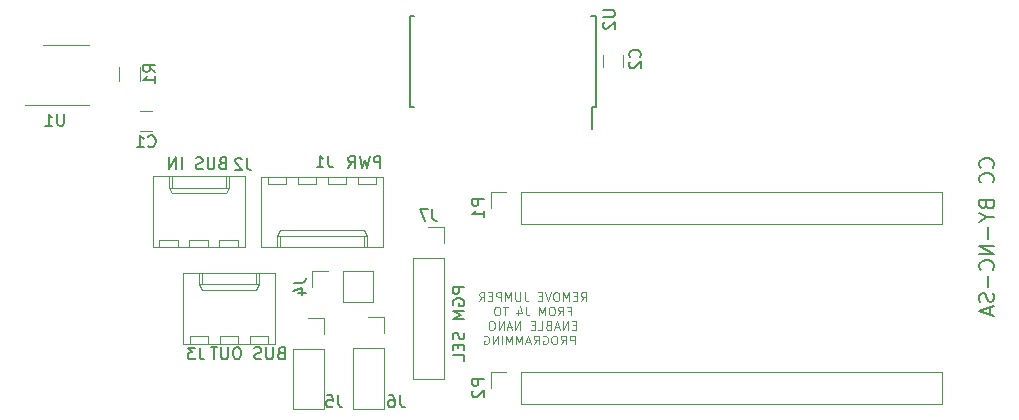
<source format=gbr>
G04 #@! TF.GenerationSoftware,KiCad,Pcbnew,(5.1.4-0-10_14)*
G04 #@! TF.CreationDate,2019-11-16T12:28:40+01:00*
G04 #@! TF.ProjectId,RWR Control Panel,52575220-436f-46e7-9472-6f6c2050616e,-*
G04 #@! TF.SameCoordinates,Original*
G04 #@! TF.FileFunction,Legend,Bot*
G04 #@! TF.FilePolarity,Positive*
%FSLAX46Y46*%
G04 Gerber Fmt 4.6, Leading zero omitted, Abs format (unit mm)*
G04 Created by KiCad (PCBNEW (5.1.4-0-10_14)) date 2019-11-16 12:28:40*
%MOMM*%
%LPD*%
G04 APERTURE LIST*
%ADD10C,0.200000*%
%ADD11C,0.100000*%
%ADD12C,0.120000*%
%ADD13C,0.150000*%
G04 APERTURE END LIST*
D10*
X188920778Y-100827616D02*
X188980302Y-100768092D01*
X189039826Y-100589521D01*
X189039826Y-100470473D01*
X188980302Y-100291902D01*
X188861254Y-100172854D01*
X188742207Y-100113330D01*
X188504111Y-100053807D01*
X188325540Y-100053807D01*
X188087445Y-100113330D01*
X187968397Y-100172854D01*
X187849350Y-100291902D01*
X187789826Y-100470473D01*
X187789826Y-100589521D01*
X187849350Y-100768092D01*
X187908873Y-100827616D01*
X188920778Y-102077616D02*
X188980302Y-102018092D01*
X189039826Y-101839521D01*
X189039826Y-101720473D01*
X188980302Y-101541902D01*
X188861254Y-101422854D01*
X188742207Y-101363330D01*
X188504111Y-101303807D01*
X188325540Y-101303807D01*
X188087445Y-101363330D01*
X187968397Y-101422854D01*
X187849350Y-101541902D01*
X187789826Y-101720473D01*
X187789826Y-101839521D01*
X187849350Y-102018092D01*
X187908873Y-102077616D01*
X188385064Y-103982378D02*
X188444588Y-104160950D01*
X188504111Y-104220473D01*
X188623159Y-104279997D01*
X188801730Y-104279997D01*
X188920778Y-104220473D01*
X188980302Y-104160950D01*
X189039826Y-104041902D01*
X189039826Y-103565711D01*
X187789826Y-103565711D01*
X187789826Y-103982378D01*
X187849350Y-104101426D01*
X187908873Y-104160950D01*
X188027921Y-104220473D01*
X188146969Y-104220473D01*
X188266016Y-104160950D01*
X188325540Y-104101426D01*
X188385064Y-103982378D01*
X188385064Y-103565711D01*
X188444588Y-105053807D02*
X189039826Y-105053807D01*
X187789826Y-104637140D02*
X188444588Y-105053807D01*
X187789826Y-105470473D01*
X188563635Y-105887140D02*
X188563635Y-106839521D01*
X189039826Y-107434759D02*
X187789826Y-107434759D01*
X189039826Y-108149045D01*
X187789826Y-108149045D01*
X188920778Y-109458569D02*
X188980302Y-109399045D01*
X189039826Y-109220473D01*
X189039826Y-109101426D01*
X188980302Y-108922854D01*
X188861254Y-108803807D01*
X188742207Y-108744283D01*
X188504111Y-108684759D01*
X188325540Y-108684759D01*
X188087445Y-108744283D01*
X187968397Y-108803807D01*
X187849350Y-108922854D01*
X187789826Y-109101426D01*
X187789826Y-109220473D01*
X187849350Y-109399045D01*
X187908873Y-109458569D01*
X188563635Y-109994283D02*
X188563635Y-110946664D01*
X188980302Y-111482378D02*
X189039826Y-111660950D01*
X189039826Y-111958569D01*
X188980302Y-112077616D01*
X188920778Y-112137140D01*
X188801730Y-112196664D01*
X188682683Y-112196664D01*
X188563635Y-112137140D01*
X188504111Y-112077616D01*
X188444588Y-111958569D01*
X188385064Y-111720473D01*
X188325540Y-111601426D01*
X188266016Y-111541902D01*
X188146969Y-111482378D01*
X188027921Y-111482378D01*
X187908873Y-111541902D01*
X187849350Y-111601426D01*
X187789826Y-111720473D01*
X187789826Y-112018092D01*
X187849350Y-112196664D01*
X188682683Y-112672854D02*
X188682683Y-113268092D01*
X189039826Y-112553807D02*
X187789826Y-112970473D01*
X189039826Y-113387140D01*
D11*
X154045692Y-112122335D02*
X154295692Y-111765192D01*
X154474264Y-112122335D02*
X154474264Y-111372335D01*
X154188550Y-111372335D01*
X154117121Y-111408050D01*
X154081407Y-111443764D01*
X154045692Y-111515192D01*
X154045692Y-111622335D01*
X154081407Y-111693764D01*
X154117121Y-111729478D01*
X154188550Y-111765192D01*
X154474264Y-111765192D01*
X153724264Y-111729478D02*
X153474264Y-111729478D01*
X153367121Y-112122335D02*
X153724264Y-112122335D01*
X153724264Y-111372335D01*
X153367121Y-111372335D01*
X153045692Y-112122335D02*
X153045692Y-111372335D01*
X152795692Y-111908050D01*
X152545692Y-111372335D01*
X152545692Y-112122335D01*
X152045692Y-111372335D02*
X151902835Y-111372335D01*
X151831407Y-111408050D01*
X151759978Y-111479478D01*
X151724264Y-111622335D01*
X151724264Y-111872335D01*
X151759978Y-112015192D01*
X151831407Y-112086621D01*
X151902835Y-112122335D01*
X152045692Y-112122335D01*
X152117121Y-112086621D01*
X152188550Y-112015192D01*
X152224264Y-111872335D01*
X152224264Y-111622335D01*
X152188550Y-111479478D01*
X152117121Y-111408050D01*
X152045692Y-111372335D01*
X151509978Y-111372335D02*
X151259978Y-112122335D01*
X151009978Y-111372335D01*
X150759978Y-111729478D02*
X150509978Y-111729478D01*
X150402835Y-112122335D02*
X150759978Y-112122335D01*
X150759978Y-111372335D01*
X150402835Y-111372335D01*
X149295692Y-111372335D02*
X149295692Y-111908050D01*
X149331407Y-112015192D01*
X149402835Y-112086621D01*
X149509978Y-112122335D01*
X149581407Y-112122335D01*
X148938550Y-111372335D02*
X148938550Y-111979478D01*
X148902835Y-112050907D01*
X148867121Y-112086621D01*
X148795692Y-112122335D01*
X148652835Y-112122335D01*
X148581407Y-112086621D01*
X148545692Y-112050907D01*
X148509978Y-111979478D01*
X148509978Y-111372335D01*
X148152835Y-112122335D02*
X148152835Y-111372335D01*
X147902835Y-111908050D01*
X147652835Y-111372335D01*
X147652835Y-112122335D01*
X147295692Y-112122335D02*
X147295692Y-111372335D01*
X147009978Y-111372335D01*
X146938550Y-111408050D01*
X146902835Y-111443764D01*
X146867121Y-111515192D01*
X146867121Y-111622335D01*
X146902835Y-111693764D01*
X146938550Y-111729478D01*
X147009978Y-111765192D01*
X147295692Y-111765192D01*
X146545692Y-111729478D02*
X146295692Y-111729478D01*
X146188550Y-112122335D02*
X146545692Y-112122335D01*
X146545692Y-111372335D01*
X146188550Y-111372335D01*
X145438550Y-112122335D02*
X145688550Y-111765192D01*
X145867121Y-112122335D02*
X145867121Y-111372335D01*
X145581407Y-111372335D01*
X145509978Y-111408050D01*
X145474264Y-111443764D01*
X145438550Y-111515192D01*
X145438550Y-111622335D01*
X145474264Y-111693764D01*
X145509978Y-111729478D01*
X145581407Y-111765192D01*
X145867121Y-111765192D01*
X152956407Y-112954478D02*
X153206407Y-112954478D01*
X153206407Y-113347335D02*
X153206407Y-112597335D01*
X152849264Y-112597335D01*
X152134978Y-113347335D02*
X152384978Y-112990192D01*
X152563550Y-113347335D02*
X152563550Y-112597335D01*
X152277835Y-112597335D01*
X152206407Y-112633050D01*
X152170692Y-112668764D01*
X152134978Y-112740192D01*
X152134978Y-112847335D01*
X152170692Y-112918764D01*
X152206407Y-112954478D01*
X152277835Y-112990192D01*
X152563550Y-112990192D01*
X151670692Y-112597335D02*
X151527835Y-112597335D01*
X151456407Y-112633050D01*
X151384978Y-112704478D01*
X151349264Y-112847335D01*
X151349264Y-113097335D01*
X151384978Y-113240192D01*
X151456407Y-113311621D01*
X151527835Y-113347335D01*
X151670692Y-113347335D01*
X151742121Y-113311621D01*
X151813550Y-113240192D01*
X151849264Y-113097335D01*
X151849264Y-112847335D01*
X151813550Y-112704478D01*
X151742121Y-112633050D01*
X151670692Y-112597335D01*
X151027835Y-113347335D02*
X151027835Y-112597335D01*
X150777835Y-113133050D01*
X150527835Y-112597335D01*
X150527835Y-113347335D01*
X149384978Y-112597335D02*
X149384978Y-113133050D01*
X149420692Y-113240192D01*
X149492121Y-113311621D01*
X149599264Y-113347335D01*
X149670692Y-113347335D01*
X148706407Y-112847335D02*
X148706407Y-113347335D01*
X148884978Y-112561621D02*
X149063550Y-113097335D01*
X148599264Y-113097335D01*
X147849264Y-112597335D02*
X147420692Y-112597335D01*
X147634978Y-113347335D02*
X147634978Y-112597335D01*
X147027835Y-112597335D02*
X146884978Y-112597335D01*
X146813550Y-112633050D01*
X146742121Y-112704478D01*
X146706407Y-112847335D01*
X146706407Y-113097335D01*
X146742121Y-113240192D01*
X146813550Y-113311621D01*
X146884978Y-113347335D01*
X147027835Y-113347335D01*
X147099264Y-113311621D01*
X147170692Y-113240192D01*
X147206407Y-113097335D01*
X147206407Y-112847335D01*
X147170692Y-112704478D01*
X147099264Y-112633050D01*
X147027835Y-112597335D01*
X153652835Y-114179478D02*
X153402835Y-114179478D01*
X153295692Y-114572335D02*
X153652835Y-114572335D01*
X153652835Y-113822335D01*
X153295692Y-113822335D01*
X152974264Y-114572335D02*
X152974264Y-113822335D01*
X152545692Y-114572335D01*
X152545692Y-113822335D01*
X152224264Y-114358050D02*
X151867121Y-114358050D01*
X152295692Y-114572335D02*
X152045692Y-113822335D01*
X151795692Y-114572335D01*
X151295692Y-114179478D02*
X151188550Y-114215192D01*
X151152835Y-114250907D01*
X151117121Y-114322335D01*
X151117121Y-114429478D01*
X151152835Y-114500907D01*
X151188550Y-114536621D01*
X151259978Y-114572335D01*
X151545692Y-114572335D01*
X151545692Y-113822335D01*
X151295692Y-113822335D01*
X151224264Y-113858050D01*
X151188550Y-113893764D01*
X151152835Y-113965192D01*
X151152835Y-114036621D01*
X151188550Y-114108050D01*
X151224264Y-114143764D01*
X151295692Y-114179478D01*
X151545692Y-114179478D01*
X150438550Y-114572335D02*
X150795692Y-114572335D01*
X150795692Y-113822335D01*
X150188550Y-114179478D02*
X149938550Y-114179478D01*
X149831407Y-114572335D02*
X150188550Y-114572335D01*
X150188550Y-113822335D01*
X149831407Y-113822335D01*
X148938550Y-114572335D02*
X148938550Y-113822335D01*
X148509978Y-114572335D01*
X148509978Y-113822335D01*
X148188550Y-114358050D02*
X147831407Y-114358050D01*
X148259978Y-114572335D02*
X148009978Y-113822335D01*
X147759978Y-114572335D01*
X147509978Y-114572335D02*
X147509978Y-113822335D01*
X147081407Y-114572335D01*
X147081407Y-113822335D01*
X146581407Y-113822335D02*
X146438550Y-113822335D01*
X146367121Y-113858050D01*
X146295692Y-113929478D01*
X146259978Y-114072335D01*
X146259978Y-114322335D01*
X146295692Y-114465192D01*
X146367121Y-114536621D01*
X146438550Y-114572335D01*
X146581407Y-114572335D01*
X146652835Y-114536621D01*
X146724264Y-114465192D01*
X146759978Y-114322335D01*
X146759978Y-114072335D01*
X146724264Y-113929478D01*
X146652835Y-113858050D01*
X146581407Y-113822335D01*
X153527835Y-115797335D02*
X153527835Y-115047335D01*
X153242121Y-115047335D01*
X153170692Y-115083050D01*
X153134978Y-115118764D01*
X153099264Y-115190192D01*
X153099264Y-115297335D01*
X153134978Y-115368764D01*
X153170692Y-115404478D01*
X153242121Y-115440192D01*
X153527835Y-115440192D01*
X152349264Y-115797335D02*
X152599264Y-115440192D01*
X152777835Y-115797335D02*
X152777835Y-115047335D01*
X152492121Y-115047335D01*
X152420692Y-115083050D01*
X152384978Y-115118764D01*
X152349264Y-115190192D01*
X152349264Y-115297335D01*
X152384978Y-115368764D01*
X152420692Y-115404478D01*
X152492121Y-115440192D01*
X152777835Y-115440192D01*
X151884978Y-115047335D02*
X151742121Y-115047335D01*
X151670692Y-115083050D01*
X151599264Y-115154478D01*
X151563550Y-115297335D01*
X151563550Y-115547335D01*
X151599264Y-115690192D01*
X151670692Y-115761621D01*
X151742121Y-115797335D01*
X151884978Y-115797335D01*
X151956407Y-115761621D01*
X152027835Y-115690192D01*
X152063550Y-115547335D01*
X152063550Y-115297335D01*
X152027835Y-115154478D01*
X151956407Y-115083050D01*
X151884978Y-115047335D01*
X150849264Y-115083050D02*
X150920692Y-115047335D01*
X151027835Y-115047335D01*
X151134978Y-115083050D01*
X151206407Y-115154478D01*
X151242121Y-115225907D01*
X151277835Y-115368764D01*
X151277835Y-115475907D01*
X151242121Y-115618764D01*
X151206407Y-115690192D01*
X151134978Y-115761621D01*
X151027835Y-115797335D01*
X150956407Y-115797335D01*
X150849264Y-115761621D01*
X150813550Y-115725907D01*
X150813550Y-115475907D01*
X150956407Y-115475907D01*
X150063550Y-115797335D02*
X150313550Y-115440192D01*
X150492121Y-115797335D02*
X150492121Y-115047335D01*
X150206407Y-115047335D01*
X150134978Y-115083050D01*
X150099264Y-115118764D01*
X150063550Y-115190192D01*
X150063550Y-115297335D01*
X150099264Y-115368764D01*
X150134978Y-115404478D01*
X150206407Y-115440192D01*
X150492121Y-115440192D01*
X149777835Y-115583050D02*
X149420692Y-115583050D01*
X149849264Y-115797335D02*
X149599264Y-115047335D01*
X149349264Y-115797335D01*
X149099264Y-115797335D02*
X149099264Y-115047335D01*
X148849264Y-115583050D01*
X148599264Y-115047335D01*
X148599264Y-115797335D01*
X148242121Y-115797335D02*
X148242121Y-115047335D01*
X147992121Y-115583050D01*
X147742121Y-115047335D01*
X147742121Y-115797335D01*
X147384978Y-115797335D02*
X147384978Y-115047335D01*
X147027835Y-115797335D02*
X147027835Y-115047335D01*
X146599264Y-115797335D01*
X146599264Y-115047335D01*
X145849264Y-115083050D02*
X145920692Y-115047335D01*
X146027835Y-115047335D01*
X146134978Y-115083050D01*
X146206407Y-115154478D01*
X146242121Y-115225907D01*
X146277835Y-115368764D01*
X146277835Y-115475907D01*
X146242121Y-115618764D01*
X146206407Y-115690192D01*
X146134978Y-115761621D01*
X146027835Y-115797335D01*
X145956407Y-115797335D01*
X145849264Y-115761621D01*
X145813550Y-115725907D01*
X145813550Y-115475907D01*
X145956407Y-115475907D01*
D12*
X110439200Y-95549400D02*
X106989200Y-95549400D01*
X110439200Y-95549400D02*
X112389200Y-95549400D01*
X110439200Y-90429400D02*
X108489200Y-90429400D01*
X110439200Y-90429400D02*
X112389200Y-90429400D01*
X132298750Y-121290401D02*
X129638750Y-121290401D01*
X132298750Y-116150401D02*
X132298750Y-121290401D01*
X129638750Y-116150401D02*
X129638750Y-121290401D01*
X132298750Y-116150401D02*
X129638750Y-116150401D01*
X132298750Y-114880401D02*
X132298750Y-113550401D01*
X132298750Y-113550401D02*
X130968750Y-113550401D01*
X137378750Y-113509750D02*
X136048750Y-113509750D01*
X137378750Y-114839750D02*
X137378750Y-113509750D01*
X137378750Y-116109750D02*
X134718750Y-116109750D01*
X134718750Y-116109750D02*
X134718750Y-121249750D01*
X137378750Y-116109750D02*
X137378750Y-121249750D01*
X137378750Y-121249750D02*
X134718750Y-121249750D01*
X142458750Y-105889750D02*
X141128750Y-105889750D01*
X142458750Y-107219750D02*
X142458750Y-105889750D01*
X142458750Y-108489750D02*
X139798750Y-108489750D01*
X139798750Y-108489750D02*
X139798750Y-118709750D01*
X142458750Y-108489750D02*
X142458750Y-118709750D01*
X142458750Y-118709750D02*
X139798750Y-118709750D01*
X117758150Y-97757350D02*
X116758150Y-97757350D01*
X116758150Y-96057350D02*
X117758150Y-96057350D01*
X157599750Y-91332750D02*
X157599750Y-92332750D01*
X155899750Y-92332750D02*
X155899750Y-91332750D01*
X116735750Y-93494150D02*
X116735750Y-92294150D01*
X114975750Y-92294150D02*
X114975750Y-93494150D01*
D13*
X155027950Y-95702350D02*
X155027950Y-97527350D01*
X139552950Y-95702350D02*
X139552950Y-87952350D01*
X155302950Y-95702350D02*
X155302950Y-87952350D01*
X139552950Y-95702350D02*
X139917950Y-95702350D01*
X139552950Y-87952350D02*
X139917950Y-87952350D01*
X155302950Y-87952350D02*
X154937950Y-87952350D01*
X155302950Y-95702350D02*
X155027950Y-95702350D01*
D12*
X149002750Y-102917950D02*
X184622750Y-102917950D01*
X184622750Y-102917950D02*
X184622750Y-105577950D01*
X184622750Y-105577950D02*
X149002750Y-105577950D01*
X149002750Y-105577950D02*
X149002750Y-102917950D01*
X147732750Y-102917950D02*
X146402750Y-102917950D01*
X146402750Y-102917950D02*
X146402750Y-104247950D01*
X146402750Y-118157950D02*
X146402750Y-119487950D01*
X147732750Y-118157950D02*
X146402750Y-118157950D01*
X149002750Y-120817950D02*
X149002750Y-118157950D01*
X184622750Y-120817950D02*
X149002750Y-120817950D01*
X184622750Y-118157950D02*
X184622750Y-120817950D01*
X149002750Y-118157950D02*
X184622750Y-118157950D01*
X136489750Y-109572750D02*
X136489750Y-112232750D01*
X133889750Y-109572750D02*
X136489750Y-109572750D01*
X133889750Y-112232750D02*
X136489750Y-112232750D01*
X133889750Y-109572750D02*
X133889750Y-112232750D01*
X132619750Y-109572750D02*
X131289750Y-109572750D01*
X131289750Y-109572750D02*
X131289750Y-110902750D01*
X137317150Y-101583550D02*
X137317150Y-107583550D01*
X137317150Y-107583550D02*
X126957150Y-107583550D01*
X126957150Y-107583550D02*
X126957150Y-101583550D01*
X126957150Y-101583550D02*
X137317150Y-101583550D01*
X135947150Y-107583550D02*
X135947150Y-106583550D01*
X135947150Y-106583550D02*
X128327150Y-106583550D01*
X128327150Y-106583550D02*
X128327150Y-107583550D01*
X135947150Y-106583550D02*
X135697150Y-106153550D01*
X135697150Y-106153550D02*
X128577150Y-106153550D01*
X128577150Y-106153550D02*
X128327150Y-106583550D01*
X135697150Y-107583550D02*
X135697150Y-106583550D01*
X128577150Y-107583550D02*
X128577150Y-106583550D01*
X136747150Y-101583550D02*
X136747150Y-102203550D01*
X136747150Y-102203550D02*
X135147150Y-102203550D01*
X135147150Y-102203550D02*
X135147150Y-101583550D01*
X134207150Y-101583550D02*
X134207150Y-102203550D01*
X134207150Y-102203550D02*
X132607150Y-102203550D01*
X132607150Y-102203550D02*
X132607150Y-101583550D01*
X131667150Y-101583550D02*
X131667150Y-102203550D01*
X131667150Y-102203550D02*
X130067150Y-102203550D01*
X130067150Y-102203550D02*
X130067150Y-101583550D01*
X129127150Y-101583550D02*
X129127150Y-102203550D01*
X129127150Y-102203550D02*
X127527150Y-102203550D01*
X127527150Y-102203550D02*
X127527150Y-101583550D01*
X117787750Y-107572750D02*
X117787750Y-101572750D01*
X117787750Y-101572750D02*
X125607750Y-101572750D01*
X125607750Y-101572750D02*
X125607750Y-107572750D01*
X125607750Y-107572750D02*
X117787750Y-107572750D01*
X119157750Y-101572750D02*
X119157750Y-102572750D01*
X119157750Y-102572750D02*
X124237750Y-102572750D01*
X124237750Y-102572750D02*
X124237750Y-101572750D01*
X119157750Y-102572750D02*
X119407750Y-103002750D01*
X119407750Y-103002750D02*
X123987750Y-103002750D01*
X123987750Y-103002750D02*
X124237750Y-102572750D01*
X119407750Y-101572750D02*
X119407750Y-102572750D01*
X123987750Y-101572750D02*
X123987750Y-102572750D01*
X118357750Y-107572750D02*
X118357750Y-106952750D01*
X118357750Y-106952750D02*
X119957750Y-106952750D01*
X119957750Y-106952750D02*
X119957750Y-107572750D01*
X120897750Y-107572750D02*
X120897750Y-106952750D01*
X120897750Y-106952750D02*
X122497750Y-106952750D01*
X122497750Y-106952750D02*
X122497750Y-107572750D01*
X123437750Y-107572750D02*
X123437750Y-106952750D01*
X123437750Y-106952750D02*
X125037750Y-106952750D01*
X125037750Y-106952750D02*
X125037750Y-107572750D01*
X120353150Y-115726150D02*
X120353150Y-109726150D01*
X120353150Y-109726150D02*
X128173150Y-109726150D01*
X128173150Y-109726150D02*
X128173150Y-115726150D01*
X128173150Y-115726150D02*
X120353150Y-115726150D01*
X121723150Y-109726150D02*
X121723150Y-110726150D01*
X121723150Y-110726150D02*
X126803150Y-110726150D01*
X126803150Y-110726150D02*
X126803150Y-109726150D01*
X121723150Y-110726150D02*
X121973150Y-111156150D01*
X121973150Y-111156150D02*
X126553150Y-111156150D01*
X126553150Y-111156150D02*
X126803150Y-110726150D01*
X121973150Y-109726150D02*
X121973150Y-110726150D01*
X126553150Y-109726150D02*
X126553150Y-110726150D01*
X120923150Y-115726150D02*
X120923150Y-115106150D01*
X120923150Y-115106150D02*
X122523150Y-115106150D01*
X122523150Y-115106150D02*
X122523150Y-115726150D01*
X123463150Y-115726150D02*
X123463150Y-115106150D01*
X123463150Y-115106150D02*
X125063150Y-115106150D01*
X125063150Y-115106150D02*
X125063150Y-115726150D01*
X126003150Y-115726150D02*
X126003150Y-115106150D01*
X126003150Y-115106150D02*
X127603150Y-115106150D01*
X127603150Y-115106150D02*
X127603150Y-115726150D01*
D13*
X110293054Y-96283530D02*
X110293054Y-97093054D01*
X110245435Y-97188292D01*
X110197816Y-97235911D01*
X110102578Y-97283530D01*
X109912102Y-97283530D01*
X109816864Y-97235911D01*
X109769245Y-97188292D01*
X109721626Y-97093054D01*
X109721626Y-96283530D01*
X108721626Y-97283530D02*
X109293054Y-97283530D01*
X109007340Y-97283530D02*
X109007340Y-96283530D01*
X109102578Y-96426388D01*
X109197816Y-96521626D01*
X109293054Y-96569245D01*
X133486483Y-120108730D02*
X133486483Y-120823016D01*
X133534102Y-120965873D01*
X133629340Y-121061111D01*
X133772197Y-121108730D01*
X133867435Y-121108730D01*
X132534102Y-120108730D02*
X133010292Y-120108730D01*
X133057911Y-120584921D01*
X133010292Y-120537302D01*
X132915054Y-120489683D01*
X132676959Y-120489683D01*
X132581721Y-120537302D01*
X132534102Y-120584921D01*
X132486483Y-120680159D01*
X132486483Y-120918254D01*
X132534102Y-121013492D01*
X132581721Y-121061111D01*
X132676959Y-121108730D01*
X132915054Y-121108730D01*
X133010292Y-121061111D01*
X133057911Y-121013492D01*
X138744283Y-120108730D02*
X138744283Y-120823016D01*
X138791902Y-120965873D01*
X138887140Y-121061111D01*
X139029997Y-121108730D01*
X139125235Y-121108730D01*
X137839521Y-120108730D02*
X138029997Y-120108730D01*
X138125235Y-120156350D01*
X138172854Y-120203969D01*
X138268092Y-120346826D01*
X138315711Y-120537302D01*
X138315711Y-120918254D01*
X138268092Y-121013492D01*
X138220473Y-121061111D01*
X138125235Y-121108730D01*
X137934759Y-121108730D01*
X137839521Y-121061111D01*
X137791902Y-121013492D01*
X137744283Y-120918254D01*
X137744283Y-120680159D01*
X137791902Y-120584921D01*
X137839521Y-120537302D01*
X137934759Y-120489683D01*
X138125235Y-120489683D01*
X138220473Y-120537302D01*
X138268092Y-120584921D01*
X138315711Y-120680159D01*
X141462083Y-104342130D02*
X141462083Y-105056416D01*
X141509702Y-105199273D01*
X141604940Y-105294511D01*
X141747797Y-105342130D01*
X141843035Y-105342130D01*
X141081130Y-104342130D02*
X140414464Y-104342130D01*
X140843035Y-105342130D01*
X117424816Y-99014492D02*
X117472435Y-99062111D01*
X117615292Y-99109730D01*
X117710530Y-99109730D01*
X117853388Y-99062111D01*
X117948626Y-98966873D01*
X117996245Y-98871635D01*
X118043864Y-98681159D01*
X118043864Y-98538302D01*
X117996245Y-98347826D01*
X117948626Y-98252588D01*
X117853388Y-98157350D01*
X117710530Y-98109730D01*
X117615292Y-98109730D01*
X117472435Y-98157350D01*
X117424816Y-98204969D01*
X116472435Y-99109730D02*
X117043864Y-99109730D01*
X116758150Y-99109730D02*
X116758150Y-98109730D01*
X116853388Y-98252588D01*
X116948626Y-98347826D01*
X117043864Y-98395445D01*
X159037292Y-91482883D02*
X159084911Y-91435264D01*
X159132530Y-91292407D01*
X159132530Y-91197169D01*
X159084911Y-91054311D01*
X158989673Y-90959073D01*
X158894435Y-90911454D01*
X158703959Y-90863835D01*
X158561102Y-90863835D01*
X158370626Y-90911454D01*
X158275388Y-90959073D01*
X158180150Y-91054311D01*
X158132530Y-91197169D01*
X158132530Y-91292407D01*
X158180150Y-91435264D01*
X158227769Y-91482883D01*
X158227769Y-91863835D02*
X158180150Y-91911454D01*
X158132530Y-92006692D01*
X158132530Y-92244788D01*
X158180150Y-92340026D01*
X158227769Y-92387645D01*
X158323007Y-92435264D01*
X158418245Y-92435264D01*
X158561102Y-92387645D01*
X159132530Y-91816216D01*
X159132530Y-92435264D01*
X118008130Y-92727483D02*
X117531940Y-92394150D01*
X118008130Y-92156054D02*
X117008130Y-92156054D01*
X117008130Y-92537007D01*
X117055750Y-92632245D01*
X117103369Y-92679864D01*
X117198607Y-92727483D01*
X117341464Y-92727483D01*
X117436702Y-92679864D01*
X117484321Y-92632245D01*
X117531940Y-92537007D01*
X117531940Y-92156054D01*
X118008130Y-93679864D02*
X118008130Y-93108435D01*
X118008130Y-93394150D02*
X117008130Y-93394150D01*
X117150988Y-93298911D01*
X117246226Y-93203673D01*
X117293845Y-93108435D01*
X155922730Y-87509445D02*
X156732254Y-87509445D01*
X156827492Y-87557064D01*
X156875111Y-87604683D01*
X156922730Y-87699921D01*
X156922730Y-87890397D01*
X156875111Y-87985635D01*
X156827492Y-88033254D01*
X156732254Y-88080873D01*
X155922730Y-88080873D01*
X156017969Y-88509445D02*
X155970350Y-88557064D01*
X155922730Y-88652302D01*
X155922730Y-88890397D01*
X155970350Y-88985635D01*
X156017969Y-89033254D01*
X156113207Y-89080873D01*
X156208445Y-89080873D01*
X156351302Y-89033254D01*
X156922730Y-88461826D01*
X156922730Y-89080873D01*
X145855130Y-103509854D02*
X144855130Y-103509854D01*
X144855130Y-103890807D01*
X144902750Y-103986045D01*
X144950369Y-104033664D01*
X145045607Y-104081283D01*
X145188464Y-104081283D01*
X145283702Y-104033664D01*
X145331321Y-103986045D01*
X145378940Y-103890807D01*
X145378940Y-103509854D01*
X145855130Y-105033664D02*
X145855130Y-104462235D01*
X145855130Y-104747950D02*
X144855130Y-104747950D01*
X144997988Y-104652711D01*
X145093226Y-104557473D01*
X145140845Y-104462235D01*
X145855130Y-118749854D02*
X144855130Y-118749854D01*
X144855130Y-119130807D01*
X144902750Y-119226045D01*
X144950369Y-119273664D01*
X145045607Y-119321283D01*
X145188464Y-119321283D01*
X145283702Y-119273664D01*
X145331321Y-119226045D01*
X145378940Y-119130807D01*
X145378940Y-118749854D01*
X144950369Y-119702235D02*
X144902750Y-119749854D01*
X144855130Y-119845092D01*
X144855130Y-120083188D01*
X144902750Y-120178426D01*
X144950369Y-120226045D01*
X145045607Y-120273664D01*
X145140845Y-120273664D01*
X145283702Y-120226045D01*
X145855130Y-119654616D01*
X145855130Y-120273664D01*
X129742130Y-110569416D02*
X130456416Y-110569416D01*
X130599273Y-110521797D01*
X130694511Y-110426559D01*
X130742130Y-110283702D01*
X130742130Y-110188464D01*
X130075464Y-111474178D02*
X130742130Y-111474178D01*
X129694511Y-111236083D02*
X130408797Y-110997988D01*
X130408797Y-111617035D01*
X144197330Y-110953930D02*
X143197330Y-110953930D01*
X143197330Y-111334883D01*
X143244950Y-111430121D01*
X143292569Y-111477740D01*
X143387807Y-111525359D01*
X143530664Y-111525359D01*
X143625902Y-111477740D01*
X143673521Y-111430121D01*
X143721140Y-111334883D01*
X143721140Y-110953930D01*
X143244950Y-112477740D02*
X143197330Y-112382502D01*
X143197330Y-112239645D01*
X143244950Y-112096788D01*
X143340188Y-112001550D01*
X143435426Y-111953930D01*
X143625902Y-111906311D01*
X143768759Y-111906311D01*
X143959235Y-111953930D01*
X144054473Y-112001550D01*
X144149711Y-112096788D01*
X144197330Y-112239645D01*
X144197330Y-112334883D01*
X144149711Y-112477740D01*
X144102092Y-112525359D01*
X143768759Y-112525359D01*
X143768759Y-112334883D01*
X144197330Y-112953930D02*
X143197330Y-112953930D01*
X143911616Y-113287264D01*
X143197330Y-113620597D01*
X144197330Y-113620597D01*
X144149711Y-114811073D02*
X144197330Y-114953930D01*
X144197330Y-115192026D01*
X144149711Y-115287264D01*
X144102092Y-115334883D01*
X144006854Y-115382502D01*
X143911616Y-115382502D01*
X143816378Y-115334883D01*
X143768759Y-115287264D01*
X143721140Y-115192026D01*
X143673521Y-115001550D01*
X143625902Y-114906311D01*
X143578283Y-114858692D01*
X143483045Y-114811073D01*
X143387807Y-114811073D01*
X143292569Y-114858692D01*
X143244950Y-114906311D01*
X143197330Y-115001550D01*
X143197330Y-115239645D01*
X143244950Y-115382502D01*
X143673521Y-115811073D02*
X143673521Y-116144407D01*
X144197330Y-116287264D02*
X144197330Y-115811073D01*
X143197330Y-115811073D01*
X143197330Y-116287264D01*
X144197330Y-117192026D02*
X144197330Y-116715835D01*
X143197330Y-116715835D01*
X132673683Y-99814130D02*
X132673683Y-100528416D01*
X132721302Y-100671273D01*
X132816540Y-100766511D01*
X132959397Y-100814130D01*
X133054635Y-100814130D01*
X131673683Y-100814130D02*
X132245111Y-100814130D01*
X131959397Y-100814130D02*
X131959397Y-99814130D01*
X132054635Y-99956988D01*
X132149873Y-100052226D01*
X132245111Y-100099845D01*
X137077283Y-100864930D02*
X137077283Y-99864930D01*
X136696330Y-99864930D01*
X136601092Y-99912550D01*
X136553473Y-99960169D01*
X136505854Y-100055407D01*
X136505854Y-100198264D01*
X136553473Y-100293502D01*
X136601092Y-100341121D01*
X136696330Y-100388740D01*
X137077283Y-100388740D01*
X136172521Y-99864930D02*
X135934426Y-100864930D01*
X135743950Y-100150645D01*
X135553473Y-100864930D01*
X135315378Y-99864930D01*
X134362997Y-100864930D02*
X134696330Y-100388740D01*
X134934426Y-100864930D02*
X134934426Y-99864930D01*
X134553473Y-99864930D01*
X134458235Y-99912550D01*
X134410616Y-99960169D01*
X134362997Y-100055407D01*
X134362997Y-100198264D01*
X134410616Y-100293502D01*
X134458235Y-100341121D01*
X134553473Y-100388740D01*
X134934426Y-100388740D01*
X125764883Y-100017330D02*
X125764883Y-100731616D01*
X125812502Y-100874473D01*
X125907740Y-100969711D01*
X126050597Y-101017330D01*
X126145835Y-101017330D01*
X125336311Y-100112569D02*
X125288692Y-100064950D01*
X125193454Y-100017330D01*
X124955359Y-100017330D01*
X124860121Y-100064950D01*
X124812502Y-100112569D01*
X124764883Y-100207807D01*
X124764883Y-100303045D01*
X124812502Y-100445902D01*
X125383930Y-101017330D01*
X124764883Y-101017330D01*
X123692978Y-100442721D02*
X123550121Y-100490340D01*
X123502502Y-100537959D01*
X123454883Y-100633197D01*
X123454883Y-100776054D01*
X123502502Y-100871292D01*
X123550121Y-100918911D01*
X123645359Y-100966530D01*
X124026311Y-100966530D01*
X124026311Y-99966530D01*
X123692978Y-99966530D01*
X123597740Y-100014150D01*
X123550121Y-100061769D01*
X123502502Y-100157007D01*
X123502502Y-100252245D01*
X123550121Y-100347483D01*
X123597740Y-100395102D01*
X123692978Y-100442721D01*
X124026311Y-100442721D01*
X123026311Y-99966530D02*
X123026311Y-100776054D01*
X122978692Y-100871292D01*
X122931073Y-100918911D01*
X122835835Y-100966530D01*
X122645359Y-100966530D01*
X122550121Y-100918911D01*
X122502502Y-100871292D01*
X122454883Y-100776054D01*
X122454883Y-99966530D01*
X122026311Y-100918911D02*
X121883454Y-100966530D01*
X121645359Y-100966530D01*
X121550121Y-100918911D01*
X121502502Y-100871292D01*
X121454883Y-100776054D01*
X121454883Y-100680816D01*
X121502502Y-100585578D01*
X121550121Y-100537959D01*
X121645359Y-100490340D01*
X121835835Y-100442721D01*
X121931073Y-100395102D01*
X121978692Y-100347483D01*
X122026311Y-100252245D01*
X122026311Y-100157007D01*
X121978692Y-100061769D01*
X121931073Y-100014150D01*
X121835835Y-99966530D01*
X121597740Y-99966530D01*
X121454883Y-100014150D01*
X120264407Y-100966530D02*
X120264407Y-99966530D01*
X119788216Y-100966530D02*
X119788216Y-99966530D01*
X119216788Y-100966530D01*
X119216788Y-99966530D01*
X121777083Y-116070130D02*
X121777083Y-116784416D01*
X121824702Y-116927273D01*
X121919940Y-117022511D01*
X122062797Y-117070130D01*
X122158035Y-117070130D01*
X121396130Y-116070130D02*
X120777083Y-116070130D01*
X121110416Y-116451083D01*
X120967559Y-116451083D01*
X120872321Y-116498702D01*
X120824702Y-116546321D01*
X120777083Y-116641559D01*
X120777083Y-116879654D01*
X120824702Y-116974892D01*
X120872321Y-117022511D01*
X120967559Y-117070130D01*
X121253273Y-117070130D01*
X121348511Y-117022511D01*
X121396130Y-116974892D01*
X128652245Y-116520921D02*
X128509388Y-116568540D01*
X128461769Y-116616159D01*
X128414150Y-116711397D01*
X128414150Y-116854254D01*
X128461769Y-116949492D01*
X128509388Y-116997111D01*
X128604626Y-117044730D01*
X128985578Y-117044730D01*
X128985578Y-116044730D01*
X128652245Y-116044730D01*
X128557007Y-116092350D01*
X128509388Y-116139969D01*
X128461769Y-116235207D01*
X128461769Y-116330445D01*
X128509388Y-116425683D01*
X128557007Y-116473302D01*
X128652245Y-116520921D01*
X128985578Y-116520921D01*
X127985578Y-116044730D02*
X127985578Y-116854254D01*
X127937959Y-116949492D01*
X127890340Y-116997111D01*
X127795102Y-117044730D01*
X127604626Y-117044730D01*
X127509388Y-116997111D01*
X127461769Y-116949492D01*
X127414150Y-116854254D01*
X127414150Y-116044730D01*
X126985578Y-116997111D02*
X126842721Y-117044730D01*
X126604626Y-117044730D01*
X126509388Y-116997111D01*
X126461769Y-116949492D01*
X126414150Y-116854254D01*
X126414150Y-116759016D01*
X126461769Y-116663778D01*
X126509388Y-116616159D01*
X126604626Y-116568540D01*
X126795102Y-116520921D01*
X126890340Y-116473302D01*
X126937959Y-116425683D01*
X126985578Y-116330445D01*
X126985578Y-116235207D01*
X126937959Y-116139969D01*
X126890340Y-116092350D01*
X126795102Y-116044730D01*
X126557007Y-116044730D01*
X126414150Y-116092350D01*
X125033197Y-116044730D02*
X124842721Y-116044730D01*
X124747483Y-116092350D01*
X124652245Y-116187588D01*
X124604626Y-116378064D01*
X124604626Y-116711397D01*
X124652245Y-116901873D01*
X124747483Y-116997111D01*
X124842721Y-117044730D01*
X125033197Y-117044730D01*
X125128435Y-116997111D01*
X125223673Y-116901873D01*
X125271292Y-116711397D01*
X125271292Y-116378064D01*
X125223673Y-116187588D01*
X125128435Y-116092350D01*
X125033197Y-116044730D01*
X124176054Y-116044730D02*
X124176054Y-116854254D01*
X124128435Y-116949492D01*
X124080816Y-116997111D01*
X123985578Y-117044730D01*
X123795102Y-117044730D01*
X123699864Y-116997111D01*
X123652245Y-116949492D01*
X123604626Y-116854254D01*
X123604626Y-116044730D01*
X123271292Y-116044730D02*
X122699864Y-116044730D01*
X122985578Y-117044730D02*
X122985578Y-116044730D01*
M02*

</source>
